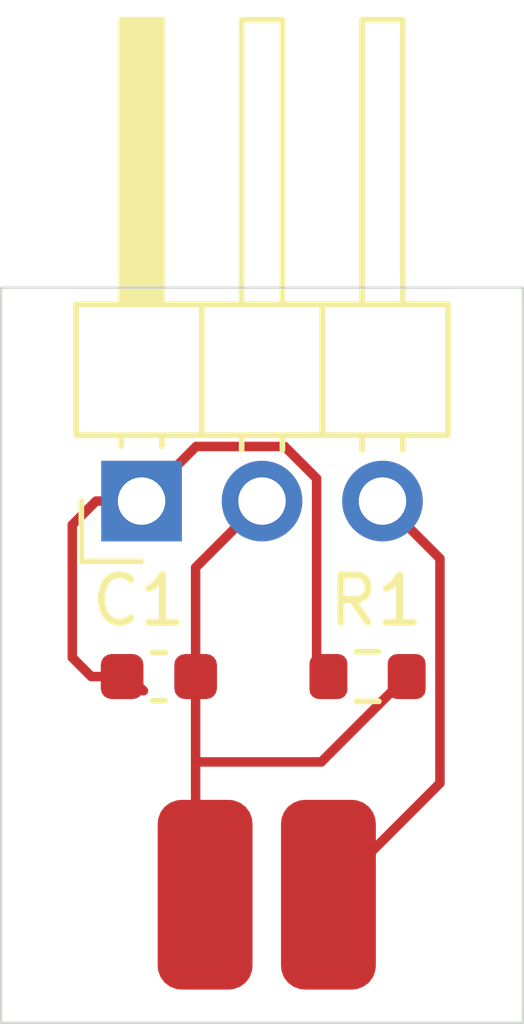
<source format=kicad_pcb>
(kicad_pcb (version 20241229) (generator "pcbnew") (generator_version "9.0")
  (layers (0 "F.Cu" signal) (2 "B.Cu" signal) (13 "F.Paste" user) (15 "B.Paste" user) (5 "F.SilkS" user "F.Silkscreen") (7 "B.SilkS" user "B.Silkscreen") (1 "F.Mask" user) (3 "B.Mask" user) (25 "Edge.Cuts" user))
  (net 0 "")
  (net 1 "Net-(J1-Pin_2)")
  (net 2 "GND")
  (net 3 "+5V")
  (footprint "Capacitor_SMD:C_0603_1608Metric" (layer "F.Cu") (at 65.825 50.2 180)
    (property "Reference" "C1" (at 0.425 1.6 0) (layer "F.SilkS"))
    (property "Value" "2.2nF" (hide yes))
    (fp_line (start -0.14058 0.51) (end 0.14058 0.51) (stroke (width 0.12)) (layer "F.SilkS"))
    (fp_line (start -0.14058 -0.51) (end 0.14058 -0.51) (stroke (width 0.12)) (layer "F.SilkS"))
    (pad "1" smd roundrect (at -0.775 0 180) (size 0.9 0.95) (layers "F.Cu" "F.Mask" "F.Paste") (net 1 "Net-(J1-Pin_2)"))
    (pad "2" smd roundrect (at 0.775 0 180) (size 0.9 0.95) (layers "F.Cu" "F.Mask" "F.Paste") (net 2 "GND"))
  )
  (footprint "Connector_PinHeader_2.54mm:PinHeader_1x03_P2.54mm_Horizontal" (layer "F.Cu") (at 65.46 46.5 90)
    (property "Reference" "J1" (hide yes))
    (property "Value" "Conn_01x03_Pin" (hide yes))
    (fp_line (start 4.15 -1.38) (end 1.39 -1.38) (stroke (width 0.12)) (layer "F.SilkS"))
    (fp_line (start 1.39 -1.38) (end 1.39 6.46) (stroke (width 0.12)) (layer "F.SilkS"))
    (fp_line (start -1.27 -1.27) (end 0 -1.27) (stroke (width 0.12)) (layer "F.SilkS"))
    (fp_line (start 1.16 -0.43) (end 1.39 -0.43) (stroke (width 0.12)) (layer "F.SilkS"))
    (fp_line (start -1.27 0) (end -1.27 -1.27) (stroke (width 0.12)) (layer "F.SilkS"))
    (fp_line (start 1.16 0.43) (end 1.39 0.43) (stroke (width 0.12)) (layer "F.SilkS"))
    (fp_line (start 1.39 1.27) (end 4.15 1.27) (stroke (width 0.12)) (layer "F.SilkS"))
    (fp_line (start 10.15 2.11) (end 10.15 2.97) (stroke (width 0.12)) (layer "F.SilkS"))
    (fp_line (start 4.15 2.11) (end 10.15 2.11) (stroke (width 0.12)) (layer "F.SilkS"))
    (fp_line (start 1.077358 2.11) (end 1.39 2.11) (stroke (width 0.12)) (layer "F.SilkS"))
    (fp_line (start 10.15 2.97) (end 4.15 2.97) (stroke (width 0.12)) (layer "F.SilkS"))
    (fp_line (start 1.077358 2.97) (end 1.39 2.97) (stroke (width 0.12)) (layer "F.SilkS"))
    (fp_line (start 1.39 3.81) (end 4.15 3.81) (stroke (width 0.12)) (layer "F.SilkS"))
    (fp_line (start 10.15 4.65) (end 10.15 5.51) (stroke (width 0.12)) (layer "F.SilkS"))
    (fp_line (start 4.15 4.65) (end 10.15 4.65) (stroke (width 0.12)) (layer "F.SilkS"))
    (fp_line (start 1.077358 4.65) (end 1.39 4.65) (stroke (width 0.12)) (layer "F.SilkS"))
    (fp_line (start 10.15 5.51) (end 4.15 5.51) (stroke (width 0.12)) (layer "F.SilkS"))
    (fp_line (start 1.077358 5.51) (end 1.39 5.51) (stroke (width 0.12)) (layer "F.SilkS"))
    (fp_line (start 4.15 6.46) (end 4.15 -1.38) (stroke (width 0.12)) (layer "F.SilkS"))
    (fp_line (start 1.39 6.46) (end 4.15 6.46) (stroke (width 0.12)) (layer "F.SilkS"))
    (fp_rect (start 4.15 -0.43) (end 10.15 0.43) (stroke (width 0.12)) (fill yes) (layer "F.SilkS"))
    (pad "1" thru_hole rect (at 0 0 90) (size 1.7 1.7) (drill 1) (layers "*.Cu" "*.Mask") (net 2 "GND"))
    (pad "2" thru_hole circle (at 0 2.54 90) (size 1.7 1.7) (drill 1) (layers "*.Cu" "*.Mask") (net 1 "Net-(J1-Pin_2)"))
    (pad "3" thru_hole circle (at 0 5.08 90) (size 1.7 1.7) (drill 1) (layers "*.Cu" "*.Mask") (net 3 "+5V"))
  )
  (footprint "Resistor_SMD:R_0603_1608Metric" (layer "F.Cu") (at 70.225 50.2 180)
    (property "Reference" "R1" (at -0.175 1.6 0) (layer "F.SilkS"))
    (property "Value" "18k" (hide yes))
    (fp_line (start -0.237258 0.5225) (end 0.237258 0.5225) (stroke (width 0.12)) (layer "F.SilkS"))
    (fp_line (start -0.237258 -0.5225) (end 0.237258 -0.5225) (stroke (width 0.12)) (layer "F.SilkS"))
    (pad "1" smd roundrect (at -0.825 0 180) (size 0.8 0.95) (layers "F.Cu" "F.Mask" "F.Paste") (net 1 "Net-(J1-Pin_2)"))
    (pad "2" smd roundrect (at 0.825 0 180) (size 0.8 0.95) (layers "F.Cu" "F.Mask" "F.Paste") (net 2 "GND"))
  )
  (footprint "Connector_Wire:SolderWirePad_1x01_SMD_2x4mm" (layer "F.Cu") (at 66.8 54.8)
    (property "Reference" "J3" (hide yes))
    (property "Value" "Conn_01x01_Pin" (hide yes))
    (pad "1" smd roundrect (at 0 0) (size 2 4) (layers "F.Cu" "F.Mask") (net 1 "Net-(J1-Pin_2)"))
  )
  (footprint "Connector_Wire:SolderWirePad_1x01_SMD_2x4mm" (layer "F.Cu") (at 69.4 54.8)
    (property "Reference" "J2" (hide yes))
    (property "Value" "Conn_01x01_Pin" (hide yes))
    (pad "1" smd roundrect (at 0 0) (size 2 4) (layers "F.Cu" "F.Mask") (net 3 "+5V"))
  )
  (gr_rect (start 62.5 42) (end 73.5 57.5) (stroke (width 0.05)) (fill no) (layer "Edge.Cuts"))
  (segment (start 68 46.5) (end 66.6 47.9) (width 0.2) (layer "F.Cu") (net 1))
  (segment (start 71.05 50.2) (end 69.25 52) (width 0.2) (layer "F.Cu") (net 1))
  (segment (start 66.6 50.2) (end 66.6 52) (width 0.2) (layer "F.Cu") (net 1))
  (segment (start 69.25 52) (end 66.6 52) (width 0.2) (layer "F.Cu") (net 1))
  (segment (start 66.6 47.9) (end 66.6 50.2) (width 0.2) (layer "F.Cu") (net 1))
  (segment (start 66.6 52) (end 66.6 54.6) (width 0.2) (layer "F.Cu") (net 1))
  (segment (start 66.6 54.6) (end 66.8 54.8) (width 0.2) (layer "F.Cu") (net 1))
  (segment (start 66.611 45.349) (end 65.46 46.5) (width 0.2) (layer "F.Cu") (net 2))
  (segment (start 64 47) (end 64 49.8) (width 0.2) (layer "F.Cu") (net 2))
  (segment (start 64.5 46.5) (end 64 47) (width 0.2) (layer "F.Cu") (net 2))
  (segment (start 69.151 46.02324) (end 68.47676 45.349) (width 0.2) (layer "F.Cu") (net 2))
  (segment (start 68.47676 45.349) (end 66.611 45.349) (width 0.2) (layer "F.Cu") (net 2))
  (segment (start 69.151 49.951) (end 69.151 46.02324) (width 0.2) (layer "F.Cu") (net 2))
  (segment (start 64.4 50.2) (end 65.05 50.2) (width 0.2) (layer "F.Cu") (net 2))
  (segment (start 69.4 50.2) (end 69.151 49.951) (width 0.2) (layer "F.Cu") (net 2))
  (segment (start 65.46 46.5) (end 64.5 46.5) (width 0.2) (layer "F.Cu") (net 2))
  (segment (start 65.46 50.46) (end 65.5 50.5) (width 0.2) (layer "F.Cu") (net 2))
  (segment (start 64 49.8) (end 64.4 50.2) (width 0.2) (layer "F.Cu") (net 2))
  (segment (start 71.751 52.449) (end 69.4 54.8) (width 0.2) (layer "F.Cu") (net 3))
  (segment (start 71.751 47.711) (end 71.751 52.449) (width 0.2) (layer "F.Cu") (net 3))
  (segment (start 70.54 46.5) (end 71.751 47.711) (width 0.2) (layer "F.Cu") (net 3))
)
</source>
